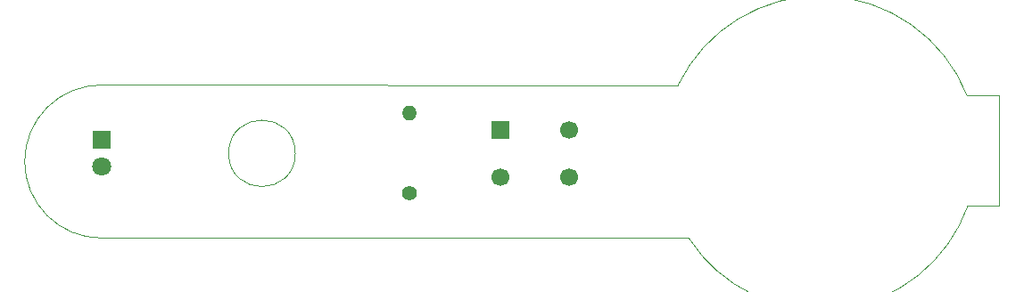
<source format=gbr>
%TF.GenerationSoftware,KiCad,Pcbnew,9.0.1*%
%TF.CreationDate,2025-06-02T10:32:27+09:00*%
%TF.ProjectId,Project 1 LED Torch,50726f6a-6563-4742-9031-204c45442054,1*%
%TF.SameCoordinates,Original*%
%TF.FileFunction,Soldermask,Bot*%
%TF.FilePolarity,Negative*%
%FSLAX46Y46*%
G04 Gerber Fmt 4.6, Leading zero omitted, Abs format (unit mm)*
G04 Created by KiCad (PCBNEW 9.0.1) date 2025-06-02 10:32:27*
%MOMM*%
%LPD*%
G01*
G04 APERTURE LIST*
%ADD10C,1.800000*%
%ADD11R,1.800000X1.800000*%
%ADD12O,1.400000X1.400000*%
%ADD13C,1.400000*%
%ADD14C,1.700000*%
%ADD15R,1.700000X1.700000*%
%TA.AperFunction,Profile*%
%ADD16C,0.050000*%
%TD*%
G04 APERTURE END LIST*
D10*
%TO.C,D1*%
X90250000Y-104765000D03*
D11*
X90250000Y-102225000D03*
%TD*%
D12*
%TO.C,R1*%
X119500000Y-99690000D03*
D13*
X119500000Y-107310000D03*
%TD*%
D14*
%TO.C,SW1*%
X134625000Y-105750000D03*
X128125000Y-105750000D03*
X134625000Y-101250000D03*
D15*
X128125000Y-101250000D03*
%TD*%
D16*
X90275000Y-97000000D02*
X145007191Y-97003463D01*
X90250000Y-111550043D02*
G75*
G02*
X90275000Y-97000000I0J7275043D01*
G01*
X175500000Y-98000000D02*
X174500000Y-98000000D01*
X175500000Y-108500000D02*
X175500000Y-98000000D01*
X174500000Y-108500000D02*
X175500000Y-108500000D01*
X172428779Y-98000000D02*
X174500000Y-98000000D01*
X172501874Y-108500000D02*
X174500000Y-108500000D01*
X172501874Y-108500000D02*
G75*
G02*
X146000001Y-111550000I-14001874J5000000D01*
G01*
X145007191Y-97003462D02*
G75*
G02*
X172428780Y-98000000I13492809J-6496538D01*
G01*
X90250000Y-111550000D02*
X146000000Y-111550000D01*
X108662278Y-103500000D02*
G75*
G02*
X102337722Y-103500000I-3162278J0D01*
G01*
X102337722Y-103500000D02*
G75*
G02*
X108662278Y-103500000I3162278J0D01*
G01*
M02*

</source>
